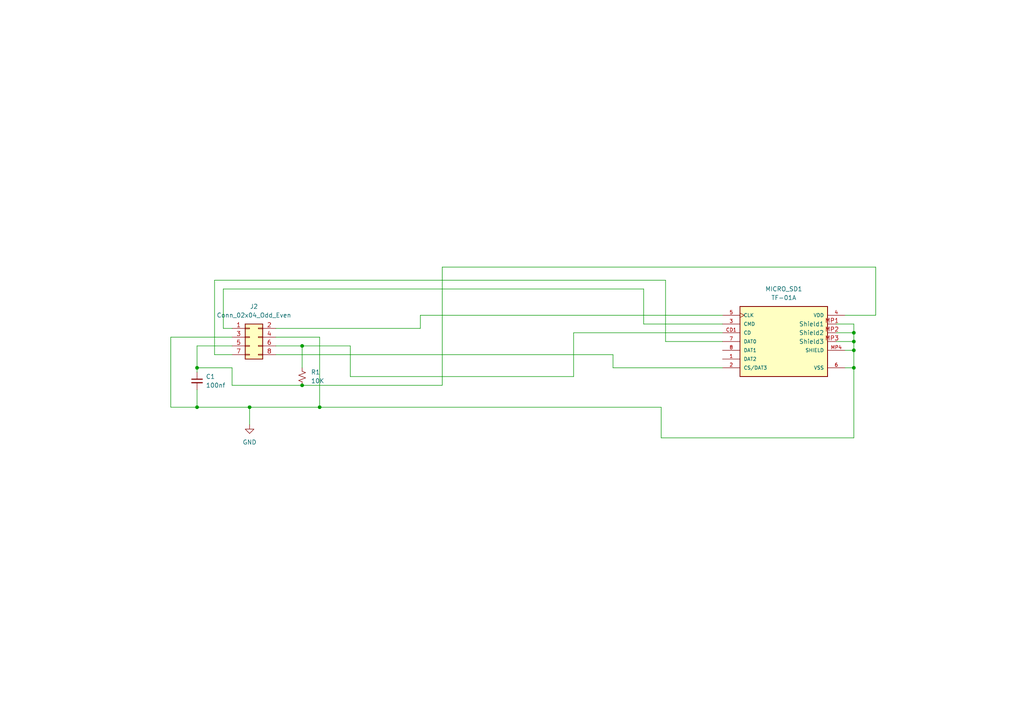
<source format=kicad_sch>
(kicad_sch (version 20230121) (generator eeschema)

  (uuid 065ae2b1-b4eb-46c0-92e0-9f945b08c395)

  (paper "A4")

  (lib_symbols
    (symbol "Connector_Generic:Conn_02x04_Odd_Even" (pin_names (offset 1.016) hide) (in_bom yes) (on_board yes)
      (property "Reference" "J" (at 1.27 5.08 0)
        (effects (font (size 1.27 1.27)))
      )
      (property "Value" "Conn_02x04_Odd_Even" (at 1.27 -7.62 0)
        (effects (font (size 1.27 1.27)))
      )
      (property "Footprint" "" (at 0 0 0)
        (effects (font (size 1.27 1.27)) hide)
      )
      (property "Datasheet" "~" (at 0 0 0)
        (effects (font (size 1.27 1.27)) hide)
      )
      (property "ki_keywords" "connector" (at 0 0 0)
        (effects (font (size 1.27 1.27)) hide)
      )
      (property "ki_description" "Generic connector, double row, 02x04, odd/even pin numbering scheme (row 1 odd numbers, row 2 even numbers), script generated (kicad-library-utils/schlib/autogen/connector/)" (at 0 0 0)
        (effects (font (size 1.27 1.27)) hide)
      )
      (property "ki_fp_filters" "Connector*:*_2x??_*" (at 0 0 0)
        (effects (font (size 1.27 1.27)) hide)
      )
      (symbol "Conn_02x04_Odd_Even_1_1"
        (rectangle (start -1.27 -4.953) (end 0 -5.207)
          (stroke (width 0.1524) (type default))
          (fill (type none))
        )
        (rectangle (start -1.27 -2.413) (end 0 -2.667)
          (stroke (width 0.1524) (type default))
          (fill (type none))
        )
        (rectangle (start -1.27 0.127) (end 0 -0.127)
          (stroke (width 0.1524) (type default))
          (fill (type none))
        )
        (rectangle (start -1.27 2.667) (end 0 2.413)
          (stroke (width 0.1524) (type default))
          (fill (type none))
        )
        (rectangle (start -1.27 3.81) (end 3.81 -6.35)
          (stroke (width 0.254) (type default))
          (fill (type background))
        )
        (rectangle (start 3.81 -4.953) (end 2.54 -5.207)
          (stroke (width 0.1524) (type default))
          (fill (type none))
        )
        (rectangle (start 3.81 -2.413) (end 2.54 -2.667)
          (stroke (width 0.1524) (type default))
          (fill (type none))
        )
        (rectangle (start 3.81 0.127) (end 2.54 -0.127)
          (stroke (width 0.1524) (type default))
          (fill (type none))
        )
        (rectangle (start 3.81 2.667) (end 2.54 2.413)
          (stroke (width 0.1524) (type default))
          (fill (type none))
        )
        (pin passive line (at -5.08 2.54 0) (length 3.81)
          (name "Pin_1" (effects (font (size 1.27 1.27))))
          (number "1" (effects (font (size 1.27 1.27))))
        )
        (pin passive line (at 7.62 2.54 180) (length 3.81)
          (name "Pin_2" (effects (font (size 1.27 1.27))))
          (number "2" (effects (font (size 1.27 1.27))))
        )
        (pin passive line (at -5.08 0 0) (length 3.81)
          (name "Pin_3" (effects (font (size 1.27 1.27))))
          (number "3" (effects (font (size 1.27 1.27))))
        )
        (pin passive line (at 7.62 0 180) (length 3.81)
          (name "Pin_4" (effects (font (size 1.27 1.27))))
          (number "4" (effects (font (size 1.27 1.27))))
        )
        (pin passive line (at -5.08 -2.54 0) (length 3.81)
          (name "Pin_5" (effects (font (size 1.27 1.27))))
          (number "5" (effects (font (size 1.27 1.27))))
        )
        (pin passive line (at 7.62 -2.54 180) (length 3.81)
          (name "Pin_6" (effects (font (size 1.27 1.27))))
          (number "6" (effects (font (size 1.27 1.27))))
        )
        (pin passive line (at -5.08 -5.08 0) (length 3.81)
          (name "Pin_7" (effects (font (size 1.27 1.27))))
          (number "7" (effects (font (size 1.27 1.27))))
        )
        (pin passive line (at 7.62 -5.08 180) (length 3.81)
          (name "Pin_8" (effects (font (size 1.27 1.27))))
          (number "8" (effects (font (size 1.27 1.27))))
        )
      )
    )
    (symbol "Device:C_Small" (pin_numbers hide) (pin_names (offset 0.254) hide) (in_bom yes) (on_board yes)
      (property "Reference" "C" (at 0.254 1.778 0)
        (effects (font (size 1.27 1.27)) (justify left))
      )
      (property "Value" "C_Small" (at 0.254 -2.032 0)
        (effects (font (size 1.27 1.27)) (justify left))
      )
      (property "Footprint" "" (at 0 0 0)
        (effects (font (size 1.27 1.27)) hide)
      )
      (property "Datasheet" "~" (at 0 0 0)
        (effects (font (size 1.27 1.27)) hide)
      )
      (property "ki_keywords" "capacitor cap" (at 0 0 0)
        (effects (font (size 1.27 1.27)) hide)
      )
      (property "ki_description" "Unpolarized capacitor, small symbol" (at 0 0 0)
        (effects (font (size 1.27 1.27)) hide)
      )
      (property "ki_fp_filters" "C_*" (at 0 0 0)
        (effects (font (size 1.27 1.27)) hide)
      )
      (symbol "C_Small_0_1"
        (polyline
          (pts
            (xy -1.524 -0.508)
            (xy 1.524 -0.508)
          )
          (stroke (width 0.3302) (type default))
          (fill (type none))
        )
        (polyline
          (pts
            (xy -1.524 0.508)
            (xy 1.524 0.508)
          )
          (stroke (width 0.3048) (type default))
          (fill (type none))
        )
      )
      (symbol "C_Small_1_1"
        (pin passive line (at 0 2.54 270) (length 2.032)
          (name "~" (effects (font (size 1.27 1.27))))
          (number "1" (effects (font (size 1.27 1.27))))
        )
        (pin passive line (at 0 -2.54 90) (length 2.032)
          (name "~" (effects (font (size 1.27 1.27))))
          (number "2" (effects (font (size 1.27 1.27))))
        )
      )
    )
    (symbol "Device:R_Small_US" (pin_numbers hide) (pin_names (offset 0.254) hide) (in_bom yes) (on_board yes)
      (property "Reference" "R" (at 0.762 0.508 0)
        (effects (font (size 1.27 1.27)) (justify left))
      )
      (property "Value" "R_Small_US" (at 0.762 -1.016 0)
        (effects (font (size 1.27 1.27)) (justify left))
      )
      (property "Footprint" "" (at 0 0 0)
        (effects (font (size 1.27 1.27)) hide)
      )
      (property "Datasheet" "~" (at 0 0 0)
        (effects (font (size 1.27 1.27)) hide)
      )
      (property "ki_keywords" "r resistor" (at 0 0 0)
        (effects (font (size 1.27 1.27)) hide)
      )
      (property "ki_description" "Resistor, small US symbol" (at 0 0 0)
        (effects (font (size 1.27 1.27)) hide)
      )
      (property "ki_fp_filters" "R_*" (at 0 0 0)
        (effects (font (size 1.27 1.27)) hide)
      )
      (symbol "R_Small_US_1_1"
        (polyline
          (pts
            (xy 0 0)
            (xy 1.016 -0.381)
            (xy 0 -0.762)
            (xy -1.016 -1.143)
            (xy 0 -1.524)
          )
          (stroke (width 0) (type default))
          (fill (type none))
        )
        (polyline
          (pts
            (xy 0 1.524)
            (xy 1.016 1.143)
            (xy 0 0.762)
            (xy -1.016 0.381)
            (xy 0 0)
          )
          (stroke (width 0) (type default))
          (fill (type none))
        )
        (pin passive line (at 0 2.54 270) (length 1.016)
          (name "~" (effects (font (size 1.27 1.27))))
          (number "1" (effects (font (size 1.27 1.27))))
        )
        (pin passive line (at 0 -2.54 90) (length 1.016)
          (name "~" (effects (font (size 1.27 1.27))))
          (number "2" (effects (font (size 1.27 1.27))))
        )
      )
    )
    (symbol "TF-01A:TF-01A" (pin_names (offset 1.016)) (in_bom yes) (on_board yes)
      (property "Reference" "MICRO_SD" (at -12.7 10.795 0)
        (effects (font (size 1.27 1.27)) (justify left bottom))
      )
      (property "Value" "TF-01A" (at -12.7 -12.7 0)
        (effects (font (size 1.27 1.27)) (justify left bottom))
      )
      (property "Footprint" "TF-01A:TF-01A" (at 0 0 0)
        (effects (font (size 1.27 1.27)) (justify bottom) hide)
      )
      (property "Datasheet" "" (at 0 0 0)
        (effects (font (size 1.27 1.27)) hide)
      )
      (property "MF" "HRO Electronics Co., Ltd." (at 0 0 0)
        (effects (font (size 1.27 1.27)) (justify bottom) hide)
      )
      (property "Description" "\n                        \n                            Standard Card Edge Connectors\n                        \n" (at 0 0 0)
        (effects (font (size 1.27 1.27)) (justify bottom) hide)
      )
      (property "Package" "Package" (at 0 0 0)
        (effects (font (size 1.27 1.27)) (justify bottom) hide)
      )
      (property "Price" "None" (at 0 0 0)
        (effects (font (size 1.27 1.27)) (justify bottom) hide)
      )
      (property "SnapEDA_Link" "https://www.snapeda.com/parts/TF-01A/HRO+Electronics+Co.%252C+Ltd./view-part/?ref=snap" (at 0 0 0)
        (effects (font (size 1.27 1.27)) (justify bottom) hide)
      )
      (property "MP" "TF-01A" (at 0 0 0)
        (effects (font (size 1.27 1.27)) (justify bottom) hide)
      )
      (property "Availability" "Not in stock" (at 0 0 0)
        (effects (font (size 1.27 1.27)) (justify bottom) hide)
      )
      (property "Check_prices" "https://www.snapeda.com/parts/TF-01A/HRO+Electronics+Co.%252C+Ltd./view-part/?ref=eda" (at 0 0 0)
        (effects (font (size 1.27 1.27)) (justify bottom) hide)
      )
      (symbol "TF-01A_0_0"
        (rectangle (start -12.7 10.16) (end 12.7 -10.16)
          (stroke (width 0.254) (type default))
          (fill (type background))
        )
        (pin bidirectional line (at -17.78 -5.08 0) (length 5.08)
          (name "DAT2" (effects (font (size 1.016 1.016))))
          (number "1" (effects (font (size 1.016 1.016))))
        )
        (pin bidirectional line (at -17.78 5.08 0) (length 5.08)
          (name "CMD" (effects (font (size 1.016 1.016))))
          (number "3" (effects (font (size 1.016 1.016))))
        )
        (pin power_in line (at 17.78 7.62 180) (length 5.08)
          (name "VDD" (effects (font (size 1.016 1.016))))
          (number "4" (effects (font (size 1.016 1.016))))
        )
        (pin bidirectional clock (at -17.78 7.62 0) (length 5.08)
          (name "CLK" (effects (font (size 1.016 1.016))))
          (number "5" (effects (font (size 1.016 1.016))))
        )
        (pin power_in line (at 17.78 -7.62 180) (length 5.08)
          (name "VSS" (effects (font (size 1.016 1.016))))
          (number "6" (effects (font (size 1.016 1.016))))
        )
        (pin bidirectional line (at -17.78 0 0) (length 5.08)
          (name "DAT0" (effects (font (size 1.016 1.016))))
          (number "7" (effects (font (size 1.016 1.016))))
        )
        (pin bidirectional line (at -17.78 -2.54 0) (length 5.08)
          (name "DAT1" (effects (font (size 1.016 1.016))))
          (number "8" (effects (font (size 1.016 1.016))))
        )
        (pin power_in line (at 17.78 -2.54 180) (length 5.08)
          (name "SHIELD" (effects (font (size 1.016 1.016))))
          (number "MP4" (effects (font (size 1.016 1.016))))
        )
      )
      (symbol "TF-01A_1_0"
        (pin bidirectional line (at -17.78 -7.62 0) (length 5.08)
          (name "CS/DAT3" (effects (font (size 1.016 1.016))))
          (number "2" (effects (font (size 1.016 1.016))))
        )
        (pin bidirectional line (at -17.78 2.54 0) (length 5.08)
          (name "CD" (effects (font (size 1.016 1.016))))
          (number "CD1" (effects (font (size 1.016 1.016))))
        )
      )
      (symbol "TF-01A_1_1"
        (pin power_in line (at 15.24 5.08 180) (length 2.54)
          (name "Shield1" (effects (font (size 1.27 1.27))))
          (number "MP1" (effects (font (size 1.27 1.27))))
        )
        (pin power_in line (at 15.24 2.54 180) (length 2.54)
          (name "Shield2" (effects (font (size 1.27 1.27))))
          (number "MP2" (effects (font (size 1.27 1.27))))
        )
        (pin power_in line (at 15.24 0 180) (length 2.54)
          (name "Shield3" (effects (font (size 1.27 1.27))))
          (number "MP3" (effects (font (size 1.27 1.27))))
        )
      )
    )
    (symbol "power:GND" (power) (pin_names (offset 0)) (in_bom yes) (on_board yes)
      (property "Reference" "#PWR" (at 0 -6.35 0)
        (effects (font (size 1.27 1.27)) hide)
      )
      (property "Value" "GND" (at 0 -3.81 0)
        (effects (font (size 1.27 1.27)))
      )
      (property "Footprint" "" (at 0 0 0)
        (effects (font (size 1.27 1.27)) hide)
      )
      (property "Datasheet" "" (at 0 0 0)
        (effects (font (size 1.27 1.27)) hide)
      )
      (property "ki_keywords" "global power" (at 0 0 0)
        (effects (font (size 1.27 1.27)) hide)
      )
      (property "ki_description" "Power symbol creates a global label with name \"GND\" , ground" (at 0 0 0)
        (effects (font (size 1.27 1.27)) hide)
      )
      (symbol "GND_0_1"
        (polyline
          (pts
            (xy 0 0)
            (xy 0 -1.27)
            (xy 1.27 -1.27)
            (xy 0 -2.54)
            (xy -1.27 -1.27)
            (xy 0 -1.27)
          )
          (stroke (width 0) (type default))
          (fill (type none))
        )
      )
      (symbol "GND_1_1"
        (pin power_in line (at 0 0 270) (length 0) hide
          (name "GND" (effects (font (size 1.27 1.27))))
          (number "1" (effects (font (size 1.27 1.27))))
        )
      )
    )
  )

  (junction (at 57.15 106.68) (diameter 0) (color 0 0 0 0)
    (uuid 01550e66-c9a1-4fa7-b466-9945596d4ec4)
  )
  (junction (at 247.65 99.06) (diameter 0) (color 0 0 0 0)
    (uuid 2c54804a-fca6-4045-a8f1-2969963ca495)
  )
  (junction (at 247.65 106.68) (diameter 0) (color 0 0 0 0)
    (uuid 3c1a0b7b-dc81-4c6e-bd3f-be5ce9c078a4)
  )
  (junction (at 247.65 96.52) (diameter 0) (color 0 0 0 0)
    (uuid 62327c5a-ceb8-4f92-aecc-6f3714578377)
  )
  (junction (at 72.39 118.11) (diameter 0) (color 0 0 0 0)
    (uuid 9e65a08b-dadc-41c4-a7e3-c2b8b9116b32)
  )
  (junction (at 57.15 118.11) (diameter 0) (color 0 0 0 0)
    (uuid a2d4ff1d-dd8d-4f0a-8d9a-9484adb74191)
  )
  (junction (at 247.65 101.6) (diameter 0) (color 0 0 0 0)
    (uuid a3a046b3-507b-4de9-a82c-c2a633dc6037)
  )
  (junction (at 87.63 111.76) (diameter 0) (color 0 0 0 0)
    (uuid c5f76b9e-5124-46b9-898e-3b070c9ecbd7)
  )
  (junction (at 92.71 118.11) (diameter 0) (color 0 0 0 0)
    (uuid d396ee25-51c0-41af-a10c-ce9cf50445a7)
  )
  (junction (at 87.63 100.33) (diameter 0) (color 0 0 0 0)
    (uuid fd2985cc-a2ee-4729-a25d-7b7b39d257a1)
  )

  (wire (pts (xy 92.71 118.11) (xy 72.39 118.11))
    (stroke (width 0) (type default))
    (uuid 007852ce-fad4-41ca-baad-8a2ec7741d65)
  )
  (wire (pts (xy 209.55 96.52) (xy 166.37 96.52))
    (stroke (width 0) (type default))
    (uuid 09fd7252-ecd0-4f33-b6c7-378cf829bfa4)
  )
  (wire (pts (xy 242.57 99.06) (xy 247.65 99.06))
    (stroke (width 0) (type default))
    (uuid 0aef1416-19ec-41ab-94e5-f8f65ac0adc4)
  )
  (wire (pts (xy 67.31 111.76) (xy 67.31 106.68))
    (stroke (width 0) (type default))
    (uuid 0e11addd-ba38-4b79-978d-5e51cac72cf7)
  )
  (wire (pts (xy 177.8 106.68) (xy 177.8 102.87))
    (stroke (width 0) (type default))
    (uuid 101a5e8d-2897-4a66-849e-1c423c35143a)
  )
  (wire (pts (xy 67.31 100.33) (xy 57.15 100.33))
    (stroke (width 0) (type default))
    (uuid 1051c79f-00a3-4fc1-8aa5-cfafcd304edd)
  )
  (wire (pts (xy 247.65 96.52) (xy 247.65 99.06))
    (stroke (width 0) (type default))
    (uuid 10903ce6-9c22-459e-9dcd-f1531dd1a482)
  )
  (wire (pts (xy 166.37 109.22) (xy 101.6 109.22))
    (stroke (width 0) (type default))
    (uuid 19998527-e413-4f85-9f7c-5e392f21816e)
  )
  (wire (pts (xy 101.6 100.33) (xy 87.63 100.33))
    (stroke (width 0) (type default))
    (uuid 27607446-8e2b-4fa2-943e-354a9bed2e7b)
  )
  (wire (pts (xy 242.57 96.52) (xy 247.65 96.52))
    (stroke (width 0) (type default))
    (uuid 2b79b362-a031-4f37-b1d2-b393477d7b29)
  )
  (wire (pts (xy 121.92 91.44) (xy 121.92 95.25))
    (stroke (width 0) (type default))
    (uuid 2d94848b-9452-44bc-b422-8ad70b342370)
  )
  (wire (pts (xy 92.71 118.11) (xy 191.77 118.11))
    (stroke (width 0) (type default))
    (uuid 32dfa196-6a35-4771-8a87-676c5f241483)
  )
  (wire (pts (xy 67.31 97.79) (xy 49.53 97.79))
    (stroke (width 0) (type default))
    (uuid 44d9cf80-6996-498f-8f46-cd1ed24864a7)
  )
  (wire (pts (xy 64.77 95.25) (xy 64.77 83.82))
    (stroke (width 0) (type default))
    (uuid 44ff190b-6d0d-4bba-8cf1-ce2a6171900c)
  )
  (wire (pts (xy 245.11 106.68) (xy 247.65 106.68))
    (stroke (width 0) (type default))
    (uuid 495f8660-a40a-4214-8fe7-45ac97764c5f)
  )
  (wire (pts (xy 80.01 97.79) (xy 92.71 97.79))
    (stroke (width 0) (type default))
    (uuid 4a804c81-fe7e-4dfe-95f7-ba37e8685c99)
  )
  (wire (pts (xy 247.65 93.98) (xy 247.65 96.52))
    (stroke (width 0) (type default))
    (uuid 5714c51d-63fe-4890-9160-4a4a8c333546)
  )
  (wire (pts (xy 242.57 93.98) (xy 247.65 93.98))
    (stroke (width 0) (type default))
    (uuid 5ade3789-c2d0-4034-a076-af58c36a42e7)
  )
  (wire (pts (xy 80.01 102.87) (xy 177.8 102.87))
    (stroke (width 0) (type default))
    (uuid 635aa653-250b-44c4-9e4a-cc1f88ab6202)
  )
  (wire (pts (xy 67.31 106.68) (xy 57.15 106.68))
    (stroke (width 0) (type default))
    (uuid 6fa293d6-3816-495c-a62f-9e28826fac88)
  )
  (wire (pts (xy 87.63 111.76) (xy 67.31 111.76))
    (stroke (width 0) (type default))
    (uuid 70ef9d73-0937-48f9-8cc1-ea8f5115eac7)
  )
  (wire (pts (xy 247.65 101.6) (xy 247.65 106.68))
    (stroke (width 0) (type default))
    (uuid 7f23c2ef-9f6f-4c2c-85ed-c785741714e8)
  )
  (wire (pts (xy 247.65 127) (xy 191.77 127))
    (stroke (width 0) (type default))
    (uuid 83bd0618-f292-4c34-b579-595204ae89cf)
  )
  (wire (pts (xy 128.27 111.76) (xy 87.63 111.76))
    (stroke (width 0) (type default))
    (uuid 895906b6-bbe6-4c97-9cf7-b512ebe9eda3)
  )
  (wire (pts (xy 49.53 118.11) (xy 57.15 118.11))
    (stroke (width 0) (type default))
    (uuid 8ba3e42f-39ea-48f1-9ecf-86c3f7e4334c)
  )
  (wire (pts (xy 57.15 118.11) (xy 72.39 118.11))
    (stroke (width 0) (type default))
    (uuid 8dd7ea20-cf74-401a-ad59-212609c0e754)
  )
  (wire (pts (xy 247.65 99.06) (xy 247.65 101.6))
    (stroke (width 0) (type default))
    (uuid 90086137-68c5-46f2-bf47-068b450278bf)
  )
  (wire (pts (xy 62.23 102.87) (xy 67.31 102.87))
    (stroke (width 0) (type default))
    (uuid 955c5b62-9440-4e80-854b-723041048c4a)
  )
  (wire (pts (xy 62.23 81.28) (xy 193.04 81.28))
    (stroke (width 0) (type default))
    (uuid 9ce2d0d6-0919-418b-9a0f-66f8089680d7)
  )
  (wire (pts (xy 57.15 100.33) (xy 57.15 106.68))
    (stroke (width 0) (type default))
    (uuid a091e8b0-981d-4a2c-8c37-faadde3ec93a)
  )
  (wire (pts (xy 80.01 95.25) (xy 121.92 95.25))
    (stroke (width 0) (type default))
    (uuid a286a8be-2d29-4836-8d8f-d6aaeb667ea6)
  )
  (wire (pts (xy 254 77.47) (xy 254 91.44))
    (stroke (width 0) (type default))
    (uuid a41a37a8-b6aa-48e7-855f-a6983c67b680)
  )
  (wire (pts (xy 128.27 77.47) (xy 128.27 111.76))
    (stroke (width 0) (type default))
    (uuid a5cfe89c-de27-45d6-b62e-9b642cbad3b6)
  )
  (wire (pts (xy 209.55 106.68) (xy 177.8 106.68))
    (stroke (width 0) (type default))
    (uuid a978f611-e5ab-4c8c-bac1-696b4ea37269)
  )
  (wire (pts (xy 72.39 118.11) (xy 72.39 123.19))
    (stroke (width 0) (type default))
    (uuid abdb0b2b-1b64-4b80-8a3d-789880314866)
  )
  (wire (pts (xy 191.77 127) (xy 191.77 118.11))
    (stroke (width 0) (type default))
    (uuid afce68c4-7778-459d-9902-285d9ae53f96)
  )
  (wire (pts (xy 101.6 109.22) (xy 101.6 100.33))
    (stroke (width 0) (type default))
    (uuid b38e7fb5-41c5-4438-8574-6a3090c4a69a)
  )
  (wire (pts (xy 186.69 83.82) (xy 186.69 93.98))
    (stroke (width 0) (type default))
    (uuid b41fc336-7c8c-4e3c-a470-e141f17c5d3a)
  )
  (wire (pts (xy 49.53 97.79) (xy 49.53 118.11))
    (stroke (width 0) (type default))
    (uuid b8e69bf6-8a5a-4383-9d8a-f884b45ae673)
  )
  (wire (pts (xy 87.63 100.33) (xy 80.01 100.33))
    (stroke (width 0) (type default))
    (uuid baa13c5a-2e7f-4311-a959-24eeae12888e)
  )
  (wire (pts (xy 64.77 83.82) (xy 186.69 83.82))
    (stroke (width 0) (type default))
    (uuid bcb528bb-ce8b-4380-bd29-33fa903e8241)
  )
  (wire (pts (xy 245.11 101.6) (xy 247.65 101.6))
    (stroke (width 0) (type default))
    (uuid cd4bc179-106d-4ce6-b7e7-f96a409d89df)
  )
  (wire (pts (xy 62.23 81.28) (xy 62.23 102.87))
    (stroke (width 0) (type default))
    (uuid ce0360cd-1eff-45e8-8cab-7ad71fdf9d87)
  )
  (wire (pts (xy 254 91.44) (xy 245.11 91.44))
    (stroke (width 0) (type default))
    (uuid dedfa914-f72c-4667-913d-11f53cc8f121)
  )
  (wire (pts (xy 67.31 95.25) (xy 64.77 95.25))
    (stroke (width 0) (type default))
    (uuid e3da271a-6845-4a7e-ad07-afc629649834)
  )
  (wire (pts (xy 121.92 91.44) (xy 209.55 91.44))
    (stroke (width 0) (type default))
    (uuid e56d989c-d928-4501-8dcf-3eb300d5683f)
  )
  (wire (pts (xy 186.69 93.98) (xy 209.55 93.98))
    (stroke (width 0) (type default))
    (uuid e5d2340f-9733-413b-9133-4b69c9d04c97)
  )
  (wire (pts (xy 128.27 77.47) (xy 254 77.47))
    (stroke (width 0) (type default))
    (uuid e7f5567d-8706-4dc7-83fb-a98a3e08d34d)
  )
  (wire (pts (xy 87.63 106.68) (xy 87.63 100.33))
    (stroke (width 0) (type default))
    (uuid ed1d401a-fe60-4f28-9cf5-72168e278c6d)
  )
  (wire (pts (xy 57.15 106.68) (xy 57.15 107.95))
    (stroke (width 0) (type default))
    (uuid ed206a48-5f1a-4aab-bcfd-cdcadbdb590b)
  )
  (wire (pts (xy 166.37 96.52) (xy 166.37 109.22))
    (stroke (width 0) (type default))
    (uuid ee1821a9-19fb-4aea-9c91-1f0d35308617)
  )
  (wire (pts (xy 193.04 99.06) (xy 209.55 99.06))
    (stroke (width 0) (type default))
    (uuid efc1fc70-a002-4945-a41e-f8c3d599082e)
  )
  (wire (pts (xy 193.04 81.28) (xy 193.04 99.06))
    (stroke (width 0) (type default))
    (uuid f0a6cc7f-0d4c-4249-98c1-f853901383e0)
  )
  (wire (pts (xy 247.65 106.68) (xy 247.65 127))
    (stroke (width 0) (type default))
    (uuid f48c116e-7af6-4b89-be66-0d7a4d8b068b)
  )
  (wire (pts (xy 92.71 97.79) (xy 92.71 118.11))
    (stroke (width 0) (type default))
    (uuid f7c4f742-0c6a-40f8-a69f-407d507d769f)
  )
  (wire (pts (xy 57.15 113.03) (xy 57.15 118.11))
    (stroke (width 0) (type default))
    (uuid fe7c3918-0536-425e-8a9c-bd2f55d10e7d)
  )

  (symbol (lib_id "Device:C_Small") (at 57.15 110.49 0) (unit 1)
    (in_bom yes) (on_board yes) (dnp no) (fields_autoplaced)
    (uuid 1b95e775-17ae-4e4f-8516-e34e28e2db8b)
    (property "Reference" "C1" (at 59.69 109.2263 0)
      (effects (font (size 1.27 1.27)) (justify left))
    )
    (property "Value" "100nf" (at 59.69 111.7663 0)
      (effects (font (size 1.27 1.27)) (justify left))
    )
    (property "Footprint" "" (at 57.15 110.49 0)
      (effects (font (size 1.27 1.27)) hide)
    )
    (property "Datasheet" "~" (at 57.15 110.49 0)
      (effects (font (size 1.27 1.27)) hide)
    )
    (pin "1" (uuid 1ccf80d9-67f3-48e6-9de7-14d93577ef64))
    (pin "2" (uuid 916ea4cd-d3ff-40ac-bdda-9ce846a54914))
    (instances
      (project "cartridgeholder"
        (path "/065ae2b1-b4eb-46c0-92e0-9f945b08c395"
          (reference "C1") (unit 1)
        )
      )
    )
  )

  (symbol (lib_id "Connector_Generic:Conn_02x04_Odd_Even") (at 72.39 97.79 0) (unit 1)
    (in_bom yes) (on_board yes) (dnp no) (fields_autoplaced)
    (uuid 779d790b-0c24-4951-8f66-1b286fedb59f)
    (property "Reference" "J2" (at 73.66 88.9 0)
      (effects (font (size 1.27 1.27)))
    )
    (property "Value" "Conn_02x04_Odd_Even" (at 73.66 91.44 0)
      (effects (font (size 1.27 1.27)))
    )
    (property "Footprint" "" (at 72.39 97.79 0)
      (effects (font (size 1.27 1.27)) hide)
    )
    (property "Datasheet" "~" (at 72.39 97.79 0)
      (effects (font (size 1.27 1.27)) hide)
    )
    (pin "1" (uuid da9ca998-ca2c-4e28-84e1-bc79cc02aff1))
    (pin "2" (uuid 564ad376-ae9c-4a92-b901-b1b0e0231931))
    (pin "3" (uuid b68c18fe-0d7b-4572-9c41-b0f8272a7cc7))
    (pin "4" (uuid 7534af29-36ce-476c-a8f0-f660d1aa0991))
    (pin "5" (uuid a571c502-52c0-45bf-b388-ef5283dfa835))
    (pin "6" (uuid 8d7f596e-9b2c-49ac-bb91-012a81d8922c))
    (pin "7" (uuid d8fbea9a-3397-4d22-b8ae-3c06abb38044))
    (pin "8" (uuid 2d441fc0-aeac-42d9-9ac6-54766c51e1b5))
    (instances
      (project "cartridgeholder"
        (path "/065ae2b1-b4eb-46c0-92e0-9f945b08c395"
          (reference "J2") (unit 1)
        )
      )
    )
  )

  (symbol (lib_id "power:GND") (at 72.39 123.19 0) (unit 1)
    (in_bom yes) (on_board yes) (dnp no) (fields_autoplaced)
    (uuid a569810b-3019-4cb0-9728-ef94031f627d)
    (property "Reference" "#PWR01" (at 72.39 129.54 0)
      (effects (font (size 1.27 1.27)) hide)
    )
    (property "Value" "GND" (at 72.39 128.27 0)
      (effects (font (size 1.27 1.27)))
    )
    (property "Footprint" "" (at 72.39 123.19 0)
      (effects (font (size 1.27 1.27)) hide)
    )
    (property "Datasheet" "" (at 72.39 123.19 0)
      (effects (font (size 1.27 1.27)) hide)
    )
    (pin "1" (uuid d6d64c51-47b8-43ff-af4a-b614c8280883))
    (instances
      (project "cartridgeholder"
        (path "/065ae2b1-b4eb-46c0-92e0-9f945b08c395"
          (reference "#PWR01") (unit 1)
        )
      )
    )
  )

  (symbol (lib_id "TF-01A:TF-01A") (at 227.33 99.06 0) (unit 1)
    (in_bom yes) (on_board yes) (dnp no) (fields_autoplaced)
    (uuid c520eea7-a1dc-4058-9f6c-c66a287c576d)
    (property "Reference" "MICRO_SD1" (at 227.33 83.82 0)
      (effects (font (size 1.27 1.27)))
    )
    (property "Value" "TF-01A" (at 227.33 86.36 0)
      (effects (font (size 1.27 1.27)))
    )
    (property "Footprint" "TF-01A:TF-01A" (at 227.33 99.06 0)
      (effects (font (size 1.27 1.27)) (justify bottom) hide)
    )
    (property "Datasheet" "" (at 227.33 99.06 0)
      (effects (font (size 1.27 1.27)) hide)
    )
    (property "MF" "HRO Electronics Co., Ltd." (at 227.33 99.06 0)
      (effects (font (size 1.27 1.27)) (justify bottom) hide)
    )
    (property "Description" "\n                        \n                            Standard Card Edge Connectors\n                        \n" (at 227.33 99.06 0)
      (effects (font (size 1.27 1.27)) (justify bottom) hide)
    )
    (property "Package" "Package" (at 227.33 99.06 0)
      (effects (font (size 1.27 1.27)) (justify bottom) hide)
    )
    (property "Price" "None" (at 227.33 99.06 0)
      (effects (font (size 1.27 1.27)) (justify bottom) hide)
    )
    (property "SnapEDA_Link" "https://www.snapeda.com/parts/TF-01A/HRO+Electronics+Co.%252C+Ltd./view-part/?ref=snap" (at 227.33 99.06 0)
      (effects (font (size 1.27 1.27)) (justify bottom) hide)
    )
    (property "MP" "TF-01A" (at 227.33 99.06 0)
      (effects (font (size 1.27 1.27)) (justify bottom) hide)
    )
    (property "Availability" "Not in stock" (at 227.33 99.06 0)
      (effects (font (size 1.27 1.27)) (justify bottom) hide)
    )
    (property "Check_prices" "https://www.snapeda.com/parts/TF-01A/HRO+Electronics+Co.%252C+Ltd./view-part/?ref=eda" (at 227.33 99.06 0)
      (effects (font (size 1.27 1.27)) (justify bottom) hide)
    )
    (pin "1" (uuid 00aa0fdd-9c22-4294-8c42-b1abb52db5fa))
    (pin "3" (uuid 9a98a332-033c-4785-ba3a-e5bde1359dac))
    (pin "4" (uuid 78469b4d-7d41-46f0-8a1c-492c5178f166))
    (pin "5" (uuid bf38fb15-ab58-4d90-a577-b350530672e3))
    (pin "6" (uuid df1a93bf-8f53-4107-a047-7e79ac9cab57))
    (pin "7" (uuid 1ce8eea9-5612-4c5d-a3f0-7f23da1f8164))
    (pin "8" (uuid 8e8bc08d-f6a4-4cca-915e-99a623de1105))
    (pin "MP4" (uuid ddab80f3-afcb-47b7-970b-5b8d4a383324))
    (pin "2" (uuid 9061db89-0797-4226-aed3-c00632252e9b))
    (pin "CD1" (uuid f1c569e3-0f94-4aa1-8716-f89fe8121e48))
    (pin "MP1" (uuid 2d1a8ac2-4701-41c0-9d22-1fdf4843ff3e))
    (pin "MP2" (uuid 8bf8ee26-a2fc-4c24-ba8b-8de61c3f41b5))
    (pin "MP3" (uuid c663cf31-8951-4b34-b535-1166d9de3b53))
    (instances
      (project "cartridgeholder"
        (path "/065ae2b1-b4eb-46c0-92e0-9f945b08c395"
          (reference "MICRO_SD1") (unit 1)
        )
      )
    )
  )

  (symbol (lib_id "Device:R_Small_US") (at 87.63 109.22 0) (unit 1)
    (in_bom yes) (on_board yes) (dnp no) (fields_autoplaced)
    (uuid d1a03f41-b81a-43ad-a67a-9c8bc77a7ce5)
    (property "Reference" "R1" (at 90.17 107.95 0)
      (effects (font (size 1.27 1.27)) (justify left))
    )
    (property "Value" "10K" (at 90.17 110.49 0)
      (effects (font (size 1.27 1.27)) (justify left))
    )
    (property "Footprint" "" (at 87.63 109.22 0)
      (effects (font (size 1.27 1.27)) hide)
    )
    (property "Datasheet" "~" (at 87.63 109.22 0)
      (effects (font (size 1.27 1.27)) hide)
    )
    (pin "1" (uuid bb2c5bd5-983b-4ad5-8696-89fb81350087))
    (pin "2" (uuid 71bd7bc8-21f4-4519-aa87-33c0eedb2fc7))
    (instances
      (project "cartridgeholder"
        (path "/065ae2b1-b4eb-46c0-92e0-9f945b08c395"
          (reference "R1") (unit 1)
        )
      )
    )
  )

  (sheet_instances
    (path "/" (page "1"))
  )
)

</source>
